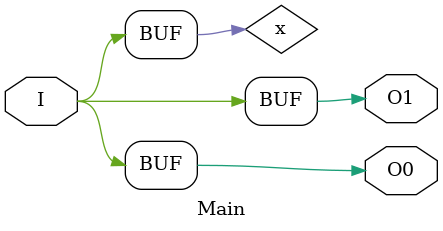
<source format=v>
module Main (input I, output O0, output O1);
wire x;
assign x = I;
assign O0 = x;
assign O1 = x;
endmodule


</source>
